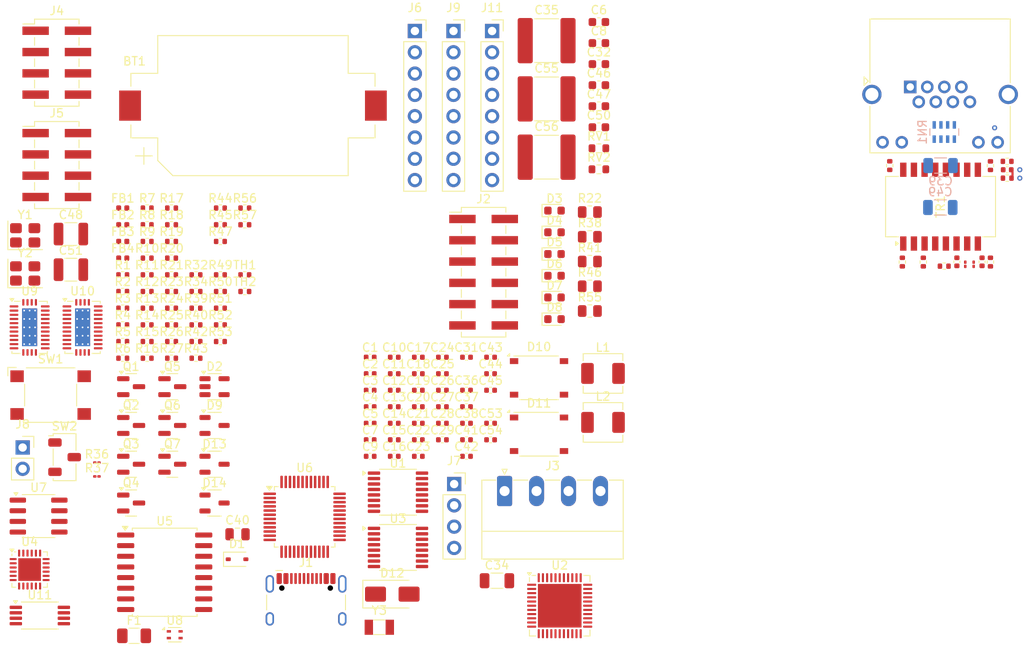
<source format=kicad_pcb>
(kicad_pcb (version 20241229) (generator "pcbnew") (generator_version "9.0")
  (layers (0 "F.Cu" signal) (4 "In1.Cu" signal) (6 "In2.Cu" signal) (2 "B.Cu" signal) (13 "F.Paste" user) (15 "B.Paste" user) (5 "F.SilkS" user "F.Silkscreen") (7 "B.SilkS" user "B.Silkscreen") (1 "F.Mask" user) (3 "B.Mask" user) (25 "Edge.Cuts" user))
  (net 0 "")
  (net 1 "GND")
  (net 2 "Net-(BT1-+)")
  (net 3 "Net-(C1-Pad1)")
  (net 4 "/AREF")
  (net 5 "Net-(U2-XTAL1)")
  (net 6 "Net-(U2-XTAL2)")
  (net 7 "+3.3V")
  (net 8 "VBUS")
  (net 9 "Net-(U2-UCAP)")
  (net 10 "Net-(C13-Pad1)")
  (net 11 "Net-(U6-XI{slash}CLKIN)")
  (net 12 "Net-(C18-Pad2)")
  (net 13 "Net-(Q7-D)")
  (net 14 "+3.3VA")
  (net 15 "Net-(U6-1V2O)")
  (net 16 "Net-(U6-TOCAP)")
  (net 17 "Net-(TR1-C_RD)")
  (net 18 "Net-(C30-Pad1)")
  (net 19 "/RXP")
  (net 20 "Net-(C33-Pad1)")
  (net 21 "/RXN")
  (net 22 "/PoE_OUT")
  (net 23 "Net-(U9-SS{slash}TRK)")
  (net 24 "Net-(U10-SS{slash}TRK)")
  (net 25 "Net-(TR1-C_TD)")
  (net 26 "GNDPWR")
  (net 27 "Net-(RN1A-R1.1)")
  (net 28 "Net-(D10--)")
  (net 29 "Net-(U9-VCC)")
  (net 30 "Net-(U10-VCC)")
  (net 31 "Net-(C43-Pad2)")
  (net 32 "Net-(U9-BOOT)")
  (net 33 "Net-(U10-BOOT)")
  (net 34 "Net-(C44-Pad2)")
  (net 35 "+5V")
  (net 36 "Net-(C52-Pad1)")
  (net 37 "Net-(U9-FB)")
  (net 38 "Net-(U10-FB)")
  (net 39 "/#REST")
  (net 40 "/+5V-MISO")
  (net 41 "/+5V-SCK")
  (net 42 "/+5V-#SS")
  (net 43 "/+5V-MOSI")
  (net 44 "Net-(D3-K)")
  (net 45 "Net-(D4-K)")
  (net 46 "Net-(D5-K)")
  (net 47 "Net-(D6-K)")
  (net 48 "Net-(D7-K)")
  (net 49 "Net-(D8-K)")
  (net 50 "/PD1{slash}SDA")
  (net 51 "/PD0{slash}SCL")
  (net 52 "/TCT")
  (net 53 "/RDT")
  (net 54 "/RJ45_78")
  (net 55 "/RJ45_45")
  (net 56 "Net-(F1-Pad1)")
  (net 57 "Net-(U1-AVDD)")
  (net 58 "Net-(U3-AVDD)")
  (net 59 "Net-(J1-SHIELD)")
  (net 61 "Net-(J1-CC1)")
  (net 62 "Net-(J1-D--PadA7)")
  (net 63 "Net-(J1-D+-PadA6)")
  (net 65 "Net-(J1-CC2)")
  (net 66 "Net-(J2-Pin_5)")
  (net 67 "Net-(J2-Pin_8)")
  (net 68 "Net-(J2-Pin_10)")
  (net 69 "Net-(J2-Pin_2)")
  (net 70 "Net-(J2-Pin_1)")
  (net 71 "Net-(J2-Pin_7)")
  (net 72 "Net-(J2-Pin_3)")
  (net 73 "Net-(J2-Pin_12)")
  (net 74 "Net-(J2-Pin_11)")
  (net 75 "Net-(J2-Pin_4)")
  (net 76 "Net-(J2-Pin_6)")
  (net 77 "Net-(J2-Pin_9)")
  (net 78 "Net-(J3-Pin_3)")
  (net 79 "Net-(J3-Pin_1)")
  (net 80 "Net-(J3-Pin_4)")
  (net 81 "Net-(J3-Pin_2)")
  (net 82 "/+5V-SDA")
  (net 83 "/+5V-SCL")
  (net 84 "/PB0{slash}#SS")
  (net 85 "/PB1{slash}SCK")
  (net 86 "/PB3{slash}MISO")
  (net 87 "/PB2{slash}MOSI")
  (net 88 "/PF5{slash}TMS")
  (net 89 "/PE6")
  (net 90 "/PF0")
  (net 91 "/PF1")
  (net 92 "/PF6{slash}TDO")
  (net 93 "/PE2 ")
  (net 94 "/PF4{slash}TCK")
  (net 95 "/PF7{slash}TD1")
  (net 96 "/PC6")
  (net 97 "/PC7{slash}CLKO")
  (net 98 "/PB5")
  (net 99 "/PB6")
  (net 100 "/PB4")
  (net 101 "/PB7{slash}#RST")
  (net 102 "Net-(J10-Pad9)")
  (net 103 "Net-(TR1-TX-)")
  (net 104 "Net-(J10-PadSH)")
  (net 105 "Net-(J10-Pad11)")
  (net 106 "Net-(TR1-RX-)")
  (net 107 "Net-(TR1-RX+)")
  (net 108 "Net-(TR1-TX+)")
  (net 109 "/PD4")
  (net 110 "/PD7")
  (net 111 "/PD5{slash}#CTS")
  (net 112 "/PD2{slash}RX")
  (net 113 "/PD3{slash}TX")
  (net 114 "/PD6")
  (net 115 "/RTC_CE")
  (net 116 "/#ADS1220_DRDY-2")
  (net 117 "Net-(SW2-C)")
  (net 118 "D+")
  (net 119 "D-")
  (net 120 "Net-(U4-AD1)")
  (net 121 "/#ADS1220_DRDY-1")
  (net 122 "Net-(U4-AD0)")
  (net 123 "/SPDLED")
  (net 124 "/DUPLED")
  (net 125 "Net-(U6-XO)")
  (net 126 "/TXN")
  (net 127 "Net-(U6-TXN)")
  (net 128 "/TXP")
  (net 129 "Net-(U6-TXP)")
  (net 130 "Net-(U6-RXN)")
  (net 131 "Net-(U6-RXP)")
  (net 132 "Net-(U6-EXRES1)")
  (net 133 "Net-(U9-EN)")
  (net 134 "Net-(U9-RT)")
  (net 135 "Net-(U10-EN)")
  (net 136 "Net-(U10-RT)")
  (net 137 "Net-(U11-ILIM)")
  (net 138 "Net-(U11-DET)")
  (net 139 "Net-(U11-CLASS)")
  (net 140 "/PGOOD_3V3")
  (net 141 "/PGOOD_5V")
  (net 142 "Net-(U11-PG)")
  (net 143 "Net-(R56-Pad2)")
  (net 144 "/LINKLED")
  (net 145 "/ACTLED")
  (net 146 "/PE2{slash}#HWB")
  (net 147 "/#ADS1220_CS-2")
  (net 148 "/#ADS1220_CS-1")
  (net 149 "/NET_PMODE2")
  (net 150 "/NET_PMODE0")
  (net 151 "/NET_#INT")
  (net 152 "/NET_PMODE1")
  (net 154 "/NET_#SCS")
  (net 156 "/NET_#RST")
  (net 157 "/RS485_RW")
  (net 174 "Net-(U7-X1)")
  (net 175 "Net-(U7-X2)")
  (footprint "Package_DFN_QFN:QFN-44-1EP_7x7mm_P0.5mm_EP5.2x5.2mm" (layer "F.Cu") (at 158.1625 102)
    (property "Reference" "U2")
    (property "Value" "ATmega32U4-M")
  )
  (footprint "Package_TO_SOT_SMD:SOT-23" (layer "F.Cu") (at 107.0825 89.75)
    (property "Reference" "Q4")
    (property "Value" "BSN20")
  )
  (footprint "Resistor_SMD:R_0805_2012Metric" (layer "F.Cu") (at 161.7525 66.85)
    (property "Reference" "R55")
    (property "Value" "100kΩ")
  )
  (footprint "Capacitor_SMD:C_0603_1608Metric" (layer "F.Cu") (at 162.8325 32.38)
    (property "Reference" "C6")
    (property "Value" "10uF")
  )
  (footprint "Resistor_SMD:R_0805_2012Metric" (layer "F.Cu") (at 161.7525 55.05)
    (property "Reference" "R22")
    (property "Value" "1MΩ")
  )
  (footprint "Capacitor_SMD:C_0603_1608Metric" (layer "F.Cu") (at 162.8325 34.89)
    (property "Reference" "C8")
    (property "Value" "10uF")
  )
  (footprint "Capacitor_SMD:C_0805_2012Metric" (layer "F.Cu") (at 119.7625 93.48)
    (property "Reference" "C40")
    (property "Value" "100nF")
  )
  (footprint "Capacitor_SMD:C_0402_1005Metric" (layer "F.Cu") (at 149.9225 76.3)
    (property "Reference" "C45")
    (property "Value" "1uF")
  )
  (footprint "Capacitor_SMD:C_0402_1005Metric" (layer "F.Cu") (at 135.5725 74.33)
    (property "Reference" "C2")
    (property "Value" "0.1uF")
  )
  (footprint "Resistor_SMD:R_0402_1005Metric" (layer "F.Cu") (at 108.9925 68.5)
    (property "Reference" "R14")
    (property "Value" "4.7kΩ")
  )
  (footprint "Capacitor_SMD:C_0402_1005Metric" (layer "F.Cu") (at 141.3125 72.36)
    (property "Reference" "C17")
    (property "Value" "22pF")
  )
  (footprint "Resistor_SMD:R_0402_1005Metric" (layer "F.Cu") (at 114.8125 68.5)
    (property "Reference" "R40")
    (property "Value" "17.4kΩ")
  )
  (footprint "Resistor_SMD:R_0402_1005Metric" (layer "F.Cu") (at 117.7225 70.49)
    (property "Reference" "R53")
    (property "Value" "100kΩ")
  )
  (footprint "Connector_PinSocket_2.54mm:PinSocket_1x02_P2.54mm_Vertical" (layer "F.Cu") (at 94.1525 83.13)
    (property "Reference" "J8")
    (property "Value" "PC")
  )
  (footprint "Diode_SMD:D_SMA" (layer "F.Cu") (at 138.2075 100.62)
    (property "Reference" "D12")
    (property "Value" "SMAJ58A")
  )
  (footprint "Capacitor_SMD:C_0402_1005Metric" (layer "F.Cu") (at 205.5 60.98 90)
    (property "Reference" "C30" (hide yes))
    (property "Value" "6.8nF" (hide yes))
  )
  (footprint "Resistor_SMD:R_0402_1005Metric" (layer "F.Cu") (at 117.7225 68.5)
    (property "Reference" "R52")
    (property "Value" "43kΩ")
  )
  (footprint "Capacitor_SMD:C_0603_1608Metric" (layer "F.Cu") (at 162.8325 42.42)
    (property "Reference" "C47")
    (property "Value" "22uF")
  )
  (footprint "Resistor_SMD:R_0402_1005Metric" (layer "F.Cu") (at 108.9925 64.52)
    (property "Reference" "R12")
    (property "Value" "10kΩ")
  )
  (footprint "Capacitor_SMD:C_0603_1608Metric" (layer "F.Cu") (at 162.8325 37.4)
    (property "Reference" "C32")
    (property "Value" "10uF")
  )
  (footprint "Capacitor_SMD:C_2220_5750Metric" (layer "F.Cu") (at 156.6025 34.6)
    (property "Reference" "C35")
    (property "Value" "6.8uF")
  )
  (footprint "Resistor_SMD:R_0805_2012Metric" (layer "F.Cu") (at 161.7525 63.9)
    (property "Reference" "R46")
    (property "Value" "24.9kΩ")
  )
  (footprint "Capacitor_SMD:C_1206_3216Metric" (layer "F.Cu") (at 150.6825 99.02)
    (property "Reference" "C34")
    (property "Value" "6.8uF")
  )
  (footprint "Capacitor_SMD:C_0402_1005Metric" (layer "F.Cu") (at 147.0525 76.3)
    (property "Reference" "C36")
    (property "Value" "22nF")
  )
  (footprint "Resistor_SMD:R_0402_1005Metric" (layer "F.Cu") (at 108.9925 56.56)
    (property "Reference" "R8")
    (property "Value" "10kΩ")
  )
  (footprint "Resistor_SMD:R_0402_1005Metric" (layer "F.Cu") (at 106.0825 66.51)
    (property "Reference" "R3")
    (property "Value" "50kΩ")
  )
  (footprint "Resistor_SMD:R_01005_0402Metric" (layer "F.Cu") (at 103.0025 84.93)
    (property "Reference" "R36")
    (property "Value" "51Ω")
  )
  (footprint "Resistor_SMD:R_0603_1608Metric" (layer "F.Cu") (at 162.8325 49.95)
    (property "Reference" "RV2")
    (property "Value" "Varistors")
  )
  (footprint "Capacitor_SMD:C_0402_1005Metric" (layer "F.Cu") (at 135.5725 78.27)
    (property "Reference" "C4")
    (property "Value" "22pF")
  )
  (footprint "Resistor_SMD:R_01005_0402Metric" (layer "F.Cu") (at 206.5 61.275 90)
    (property "Reference" "R33" (hide yes))
    (property "Value" "51Ω" (hide yes))
  )
  (footprint "Capacitor_SMD:C_0402_1005Metric" (layer "F.Cu") (at 149.9225 82.21)
    (property "Reference" "C54")
    (property "Value" "2.2pF")
  )
  (footprint "Resistor_SMD:R_01005_0402Metric" (layer "F.Cu") (at 207.5 61.275 90)
    (property "Reference" "R35" (hide yes))
    (property "Value" "51Ω" (hide yes))
  )
  (footprint "Capacitor_SMD:C_0402_1005Metric" (layer "F.Cu") (at 138.4425 72.36)
    (property "Reference" "C10")
    (property "Value" "0.1uF")
  )
  (footprint "Package_TO_SOT_SMD:SOT-23-3" (layer "F.Cu") (at 117.0225 80.5)
    (property "Reference" "D9")
    (property "Value" "LGSOT05CLT1G")
  )
  (footprint "Inductor_SMD:L_0402_1005Metric" (layer "F.Cu") (at 106.0825 60.54)
    (property "Reference" "FB4")
    (property "Value" "FerriteBead")
  )
  (footprint "Capacitor_SMD:C_0402_1005Metric" (layer "F.Cu") (at 144.1825 76.3)
    (property "Reference" "C26")
    (property "Value" "0.1uF")
  )
  (footprint "LED_SMD:LED_0603_1608Metric" (layer "F.Cu") (at 157.5425 62.64)
    (property "Reference" "D6")
    (property "Value" "LED")
  )
  (footprint "LED_SMD:LED_0603_1608Metric" (layer "F.Cu") (at 157.5425 54.87)
    (property "Reference" "D3")
    (property "Value" "LED")
  )
  (footprint "Crystal:Crystal_SMD_3225-4Pin_3.2x2.5mm" (layer "F.Cu") (at 94.4525 57.82)
    (property "Reference" "Y1")
    (property "Value" "16MHz")
  )
  (footprint "Resistor_SMD:R_0402_1005Metric" (layer "F.Cu") (at 108.9925 70.49)
    (property "Reference" "R15")
    (property "Value" "4.7kΩ")
  )
  (footprint "Package_DFN_QFN:Texas_RNP0030B_WQFN-30-1EP_4x6mm_P0.5mm_EP1.8x4.5mm_ThermalVias" (layer "F.Cu") (at 94.9825 68.8)
    (property "Reference" "U9")
    (property "Value" "LM76002")
  )
  (footprint "Resistor_SMD:R_0402_1005Metric" (layer "F.Cu") (at 108.9925 58.55)
    (property "Reference" "R9")
    (property "Value" "10kΩ")
  )
  (footprint "Package_TO_SOT_SMD:SOT-23" (layer "F.Cu") (at 111.9925 80.5)
    (property "Reference" "Q6")
    (property "Value" "BSN20")
  )
  (footprint "Resistor_SMD:R_0402_1005Metric" (layer "F.Cu") (at 106.0825 68.5)
    (property "Reference" "R4")
    (property "Value" "10kΩ")
  )
  (footprint "Crystal:Crystal_SMD_3225-4Pin_3.2x2.5mm" (layer "F.Cu") (at 94.4525 62.37)
    (property "Reference" "Y2")
    (property "Value" "Crystal")
  )
  (footprint "Capacitor_SMD:C_0402_1005Metric" (layer "F.Cu") (at 147.0525 72.36)
    (property "Reference" "C31")
    (property "Value" "0.1uF")
  )
  (footprint "Package_TO_SOT_SMD:SOT-23" (layer "F.Cu") (at 111.9925 85.125)
    (property "Reference" "Q7")
    (property "Value" "2N7002")
  )
  (footprint "Resistor_SMD:R_0402_1005Metric" (layer "F.Cu") (at 111.9025 58.55)
    (property "Reference" "R19")
    (property "Value" "330Ω")
  )
  (footprint "Transformer_SMD:Transformer_Ethernet_Bourns_PT61017PEL" (layer "F.Cu") (at 203.555 54.4 90)
    (property "Reference" "TR1")
    (property "Value" "PT61017PEL")
  )
  (footprint "Resistor_SMD:R_0402_1005Metric" (layer "F.Cu") (at 111.9025 70.49)
    (property "Reference" "R26")
    (property "Value" "4.7kΩ")
  )
  (footprint "LED_SMD:LED_0603_1608Metric" (layer "F.Cu") (at 157.5425 65.23)
    (property "Reference" "D7")
    (property "Value" "LED")
  )
  (footprint "Resistor_SMD:R_0402_1005Metric" (layer "F.Cu") (at 111.9025 72.48)
    (property "Reference" "R27")
    (property "Value" "10kΩ")
  )
  (footprint "Fuse:Fuse_1206_3216Metric" (layer "F.Cu") (at 107.4325 105.59)
    (property "Reference" "F1")
    (property "Value" "500mA Fuse")
  )
  (footprint "Resistor_SMD:R_0402_1005Metric" (layer "F.Cu") (at 120.6325 56.56)
    (property "Reference" "R57")
    (property "Value" "12kΩ")
  )
  (footprint "Capacitor_SMD:C_2220_5750Metric" (layer "F.Cu") (at 156.6025 48.5)
    (property "Reference" "C56")
    (property "Value" "22uF")
  )
  (footprint "Resistor_SMD:R_0402_1005Metric" (layer "F.Cu") (at 114.8125 66.51)
    (property "Reference" "R39")
    (property "Value" "10kΩ")
  )
  (footprint "Capacitor_SMD:C_0402_1005Metric" (layer "F.Cu") (at 141.3125 74.33)
    (property "Reference" "C18")
    (property "Value" "22pF")
  )
  (footprint "Resistor_SMD:R_0805_2012Metric" (layer "F.Cu") (at 161.7525 60.95)
    (property "Reference" "R41")
    (property "Value" "143kΩ")
  )
  (footprint "Resistor_SMD:R_0402_1005Metric" (layer "F.Cu") (at 111.9025 54.57)
    (property "Reference" "R17")
    (property "Value" "10kΩ")
  )
  (footprint "LED_SMD:LED_0603_1608Metric" (layer "F.Cu") (at 157.5425 57.46)
    (property "Reference" "D4")
    (property "Value" "LED")
  )
  (footprint "Package_DFN_QFN:Texas_RNP0030B_WQFN-30-1EP_4x6mm_P0.5mm_EP1.8x4.5mm_ThermalVias" (layer "F.Cu") (at 101.2925 68.8)
    (property "Reference" "U10")
    (property "Value" "LM76002")
  )
  (footprint "Battery:BatteryHolder_Keystone_1060_1x2032" (layer "F.Cu") (at 121.6025 42.350467)
    (property "Reference" "BT1")
    (property "Value" "Battery_Cell")
  )
  (footprint "Package_QFP:LQFP-48_7x7mm_P0.5mm" (layer "F.Cu") (at 127.7625 91.4)
    (property "Reference" "U6")
    (property "Value" "W5500")
  )
  (footprint "Package_DFN_QFN:QFN-24-1EP_4x4mm_P0.5mm_EP2.7x2.7mm" (layer "F.Cu") (at 94.9825 97.69)
    (property "Reference" "U4")
    (property "Value" "AW9523B")
  )
  (footprint "Resistor_SMD:R_0402_1005Metric" (layer "F.Cu") (at 120.6325 54.57)
    (property "Reference" "R56")
    (property "Value" "12kΩ")
  )
  (footprint "Capacitor_SMD:C_0402_1005Metric" (layer "F.Cu") (at 138.4425 80.24)
    (property "Reference" "C14")
    (property "Value" "0.1uF")
  )
  (footprint "Capacitor_SMD:C_0402_1005Metric" (layer "F.Cu") (at 141.3125 78.27)
    (property "Reference" "C20")
    (property "Value" "33pF")
  )
  (footprint "Capacitor_SMD:C_1210_3225Metric" (layer "F.Cu") (at 99.9025 61.92)
    (property "Reference" "C51")
    (property "Value" "22uF")
  )
  (footprint "Capacitor_SMD:C_0402_1005Metric" (layer "F.Cu") (at 135.5725 72.36)
    (property "Reference" "C1")
    (property "Value" "10nF")
  )
  (footprint "Capacitor_SMD:C_0402_1005Metric" (layer "F.Cu") (at 141.3125 84.18)
    (property "Reference" "C23")
    (property "Value" "0.1uF")
  )
  (footprint "Resistor_SMD:R_0402_1005Metric" (layer "F.Cu") (at 209.5 61.01 -90)
    (property "Reference" "R30" (hide yes))
    (property "Value" "33Ω" (hide yes))
  )
  (footprint "Package_TO_SOT_SMD:SOT-23-5" (layer "F.Cu") (at 117.0225 75.875)
    (property "Reference" "D2")
    (property "Value" "ESDA5V3SC5")
  )
  (footprint "Capacitor_SMD:C_0402_1005Metric" (layer "F.Cu") (at 135.5725 76.3)
    (property "Reference" "C3")
    (property "Value" "22pF")
  )
  (footprint "Resistor_SMD:R_0402_1005Metric" (layer "F.Cu") (at 117.7225 58.55)
    (property "Reference" "R47")
    (property "Value" "357Ω")
  )
  (footprint "Inductor_SMD:L_0402_1005Metric" (layer "F.Cu") (at 106.0825 56.56)
    (property "Reference" "FB2")
    (property "Value" "FerriteBead")
  )
  (footprint "Capacitor_SMD:C_0603_1608Metric" (layer "F.Cu") (at 162.8325 44.93)
    (property "Reference" "C50")
    (property "Value" "22uF")
  )
  (footprint "Capacitor_SMD:C_0402_1005Metric" (layer "F.Cu") (at 138.4425 74.33)
    (property "Reference" "C11")
    (property "Value" "1uF")
  )
  (footprint "Resistor_SMD:R_0402_1005Metric" (layer "F.Cu") (at 114.8125 64.52)
    (property "Reference" "R34")
    (property "Value" "12.4kΩ")
  )
  (footprint "Inductor_SMD:L_APV_APH0420" (layer "F.Cu") (at 163.3225 74.295)
    (property "Reference" "L1")
    (property "Value" "1.2uH")
  )
  (footprint "Resistor_SMD:R_0402_1005Metric" (layer "F.Cu") (at 120.6325 62.53)
    (property "Reference" "TH1")
    (property "Value" "10K Thermistors")
  )
  (footprint "Resistor_SMD:R_0402_1005Metric" (layer "F.Cu") (at 111.9025 66.51)
    (property "Reference" "R24")
    (property "Value" "10kΩ")
  )
  (footprint "Capacitor_SMD:C_0402_1005Metric" (layer "F.Cu") (at 144.1825 72.36)
    (property "Reference" "C24")
    (property "Value" "0.1uF")
  )
  (footprint "Resistor_SMD:R_0402_1005Metric" (layer "F.Cu") (at 106.0825 62.53)
    (property "Reference" "R1")
    (property "Value" "4.7kΩ")
  )
  (footprint "Package_SO:TSSOP-8_4.4x3mm_P0.65mm" (layer "F.Cu") (at 96.2025 103.17)
    (property "Reference" "U11")
    (property "Value" "TPS2375-1")
  )
  (footprint "Package_SO:SOIC-16W_7.5x10.3mm_P1.27mm" (layer "F.Cu") (at 111.0825 98.01)
    (property "Reference" "U5")
    (property "Value" "ADM2483xRW")
  )
  (footprint "Package_TO_SOT_SMD:SOT-23" (layer "F.Cu") (at 107.0825 85.125)
    (property "Reference" "Q3")
    (property "Value" "BSN20")
  )
  (footprint "Capacitor_SMD:C_0402_1005Metric" (layer "F.Cu") (at 144.1825 78.27)
    (property "Reference" "C27")
    (property "Value" "0.1uF")
  )
  (footprint "Resistor_SMD:R_0402_1005Metric" (layer "F.Cu") (at 114.8125 72.48)
    (property "Reference" "R43")
    (property "Value" "17.4kΩ")
  )
  (footprint "Capacitor_SMD:C_0402_1005Metric" (layer "F.Cu") (at 211.5 50)
    (property "Reference" "C52" (hide yes))
    (property "Value" "10nF" (hide yes))
  )
  (footprint "Resistor_SMD:R_0805_2012Metric" (layer "F.Cu") (at 161.7525 58)
    (property "Reference" "R38")
    (property "Value" "143kΩ")
  )
  (footprint "Resistor_SMD:R_0402_1005Metric" (layer "F.Cu") (at 114.8125 62.53)
    (property "Reference" "R32")
    (property "Value" "10kΩ")
  )
  (footprint "Connector_PinSocket_2.54mm:PinSocket_1x08_P2.54mm_Vertical" (layer "F.Cu") (at 145.5025 33.45)
    (property "Reference" "J9")
    (property "Value" "PB0~7")
  )
  (footprint "Connector_PinSocket_2.54mm:PinSocket_1x04_P2.54mm_Vertical" (layer "F.Cu") (at 145.5825 87.49)
    (property "Reference" "J7")
    (property "Value" "JTAG")
  )
  (footprint "Inductor_SMD:L_0402_1005Metric" (layer "F.Cu") (at 106.0825 58.55)
    (property "Reference" "FB3")
    (property "Value" "FerriteBead")
  )
  (footprint "Connector_PinSocket_2.54mm:PinSocket_1x08_P2.54mm_Vertical" (layer "F.Cu") (at 150.1025 33.45)
    (property "Reference" "J11")
    (property "Value" "PD0~7")
  )
  (footprint "Resistor_SMD:R_0402_1005Metric" (layer "F.Cu") (at 111.9025 68.5)
    (property "Reference" "R25")
    (property "Value" "4.7kΩ")
  )
  (footprint "Capacitor_SMD:C_0402_1005Metric" (layer "F.Cu") (at 135.5725 82.21)
    (property "Reference" "C7")
    (property "Value" "1uF")
  )
  (footprint "Capacitor_SMD:C_0402_1005Metric" (layer "F.Cu") (at 149.9225 74.33)
    (property "Reference" "C44")
    (property "Value" "470nF")
  )
  (footprint "Package_SO:TSSOP-16_4.4x5mm_P0.65mm" (layer "F.Cu") (at 138.8875 95.05)
    (property "Reference" "U3")
    (property "Value" "ADS1220xPW")
  )
  (footprint "Resistor_SMD:R_0402_1005Metric" (layer "F.Cu") (at 117.7225 66.51)
    (property "Reference" "R51")
    (property "Value" "100kΩ")
  )
  (footprint "Capacitor_SMD:C_0402_1005Metric" (layer "F.Cu") (at 147.0525 84.18)
    (property "Reference" "C42")
    (property "Value" "2.2uF")
  )
  (footprint "Package_SO:SOIC-8_3.9x4.9mm_P1.27mm" (layer "F.Cu") (at 96.0525 91.31)
    (property "Reference" "U7")
    (property "Value" "DS1302Z+")
  )
  (footprint "Resistor_SMD:R_0402_1005Metric" (layer "F.Cu") (at 117.7225 64.52)
    (property "Reference" "R50")
    (property "Value" "75Ω")
  )
  (footprint "Resistor_SMD:R_0402_1005Metric" (layer "F.Cu") (at 108.9925 62.53)
    (property "Reference" "R11")
    (property "Value" "10kΩ")
  )
  (footprint "Resistor_SMD:R_0402_1005Metric" (layer "F.Cu") (at 111.9025 60.54)
    (property "Reference" "R20")
    (property "Value" "330Ω")
  )
  (footprint "Capacitor_SMD:C_1210_3225Metric" (layer "F.Cu") (at 99.9025 57.67)
    (property "Reference" "C48")
    (property "Value" "22uF")
  )
  (footprint "Resistor_SMD:R_0402_1005Metric" (layer "F.Cu") (at 111.9025 64.52)
    (property "Reference" "R23")
    (property "Value" "10kΩ")
  )
  (footprint "Capacitor_SMD:C_0402_1005Metric" (layer "F.Cu") (at 149.9225 72.36)
    (property "Reference" "C43")
    (property "Value" "470nF")
  )
  (footprint "Capacitor_SMD:C_0402_1005Metric" (layer "F.Cu") (at 138.4425 78.27)
    (property "Reference" "C13")
    (property "Value" "0.1uF")
  )
  (footprint "Resistor_SMD:R_0402_1005Metric" (layer "F.Cu") (at 111.9025 62.53)
    (property "Reference" "R21")
    (property "Value" "0Ω")
  )
  (footprint "Connector_PinSocket_2.54mm:PinSocket_1x08_P2.54mm_Vertical" (layer "F.Cu") (at 140.9025 33.45)
    (property "Reference" "J6")
    (property "Value" "PE_PF")
  )
  (footprint "Capacitor_SMD:C_0402_1005Metric" (layer "F.Cu") (at 147.0525 80.24)
    (property "Reference" "C38")
    (property "Value" "22nF")
  )
  (footprint "Resistor_SMD:R_0402_1005Metric" (layer "F.Cu") (at 209.5 49.51 -90)
    (property "Reference" "R58" (hide yes))
    (property "Value" "330Ω" (hide yes))
  )
  (footprint "Resistor_SMD:R_0402_1005Metric" (layer "F.Cu") (at 203.99 61.5)
    (property "Reference" "R31" (hide yes))
    (property "Value" "33Ω" (hide yes))
  )
  (footprint "Resistor_SMD:R_0402_1005Metric" (layer "F.Cu") (at 211.49 49 180)
    (property "Reference" "R54" (hide yes))
    (property "Value" "10kΩ" (hide yes))
  )
  (footprint "Resistor_SMD:R_0402_1005Metric" (layer "F.Cu") (at 106.0825 70.49)
    (property "Reference" "R5")
    (property "Value" "10kΩ")
  )
  (footprint "Resistor_SMD:R_0402_1005Metric" (layer "F.Cu") (at 106.0825 64.52)
    (property "Reference" "R2")
    (property "Value" "10kΩ")
  )
  (footprint "Capacitor_SMD:C_0402_1005Metric" (layer "F.Cu") (at 144.1825 80.24)
    (property "Reference" "C28")
    (property "Value" "10nF")
  )
  (footprint "Capacitor_SMD:C_0402_1005Metric" (layer "F.Cu") (at 138.4425 76.3)
    (property "Reference" "C12")
    (property "Value" "0.1uF")
  )
  (footprint "Connector_RJ:RJ45_Amphenol_RJHSE538X" (layer "F.Cu") (at 199.94 40.125)
    (property "Reference" "J10" (hide yes))
    (property "Value" "RJ45_LED_Shielded" (hide yes))
  )
  (footprint "Connector_PinHeader_2.54mm:PinHeader_2x04_P2.54mm_Vertical_SMD" (layer "F.Cu") (at 98.2225 49.44)
    (property "Reference" "J5")
    (property "Value" "Conn_02x04")
  )
  (footprint "Capacitor_SMD:C_0402_1005Metric" (layer "F.Cu") (at 144.1825 82.21)
    (property "Reference" "C29")
    (property "Value" "0.1uF")
  )
  (footprint "Diode_SMD:D_SOD-323" (layer "F.Cu") (at 119.7075 96.46)
    (property "Reference" "D1")
    (property "Value" "1N4148WS")
  )
  (footprint "Resistor_SMD:R_0402_1005Metric" (layer "F.Cu") (at 108.9925 66.51)
    (property "Reference" "R13")
    (property "Value" "10kΩ")
  )
  (footprint "LED_SMD:LED_0603_1608Metric" (layer "F.Cu") (at 157.5425 67.82)
    (property "Reference" "D8")
    (property "Value" "LED")
  )
  (footprint "Capacitor_SMD:C_0402_1005Metric" (layer "F.Cu") (at 135.5725 84.18)
    (property "Reference" "C9")
    (property "Value" "0.1uF")
  )
  (footprint "Package_TO_SOT_SMD:SOT-23-3" (layer "F.Cu") (at 117.0225 89.75)
    (property "Reference" "D14")
    (property "Value" "LGSOT05CLT1G")
  )
  (footprint "Capacitor_SMD:C_0402_1005Metric" (layer "F.Cu") (at 208.5 60.98 90)
    (property "Reference" "C33" (hide yes))
    (property "Value" "6.8nF" (hide yes))
  )
  (footprint "Resistor_SMD:R_0402_1005Metric" (layer "F.Cu") (at 111.9025 56.56)
    (property "Reference" "R18")
    (property "Value" "4.7kΩ")
  )
  (footprint "Package_TO_SOT_SMD:SOT-23" (layer "F.Cu") (at 107.0825 80.5)
    (property "Reference" "Q2")
    (property "Value" "BSN20")
  )
  (footprint "Inductor_SMD:L_0402_1005Metric" (layer "F.Cu") (at 106.0825 54.57)
    (property "Reference" "FB1")
    (property "Value" "FerriteBead")
  )
  (footprint "Resistor_SMD:R_0402_1005Metric" (layer "F.Cu") (at 108.9925 60.54)
    (property "Reference" "R10")
    (property "Value" "10kΩ")
  )
  (footprint "Resistor_SMD:R_0402_1005Metric" (layer "F.Cu") (at 106.0825 72.48)
    (property "Reference" "R6")
    (property "Value" "22R")
  )
  (footprint "Capacitor_SMD:C_0402_1005Metric" (layer "F.Cu") (at 135.5725 80.24)
    (property "Reference" "C5")
    (property "Value" "10nF")
  )
  (footprint "Resistor_SMD:R_0402_1005Metric" (layer "F.Cu") (at 117.7225 62.53)
    (property "Reference" "R49")
    (property "Value" "75Ω")
  )
  (footprint "Package_TO_SOT_SMD:SOT-23" (layer "F.Cu") (at 107.0825 75.875)
    (property "Reference" "Q1")
    (property "Value" "BSN20")
  )
  (footprint "Resistor_SMD:R_0402_1005Metric" (layer "F.Cu") (at 117.7225 54.57)
    (property "Reference" "R44")
    (property "Value" "10Ω")
  )
  (footprint "Resistor_SMD:R_0402_1005Metric" (layer "F.Cu") (at 201.5 61.01 90)
    (property "Reference" "R28" (hide yes))
    (property "Value" "33Ω" (hide yes))
  )
  (footprint "Resistor_SMD:R_0402_1005Metric" (layer "F.Cu") (at 108.9925 54.57)
    (property "Reference" "R7")
    (property "Value" "22R")
  )
  (footprint "Diode_SMD:Diode_Bridge_Diotec_ABS" (layer "F.Cu") (at 155.6975 74.825)
    (property "Reference" "D10")
    (property "Value" "ABS2")
  )
  (footprint "Capacitor_SMD:C_0402_1005Metric" (layer "F.Cu") (at 141.3125 80.24)
    (property "Reference" "C21")
    (property "Value" "0.1uF")
  )
  (footprint "LED_SMD:LED_0603_1608Metric" (layer "F.Cu") (at 157.5425 60.05)
    (property "Reference" "D5")
    (property "Value" "LED")
  )
  (footprint "Crystal:Crystal_SMD_3215-2Pin_3.2x1.5mm" (layer "F.Cu") (at 136.6625 104.57)
    (property "Reference" "Y3")
    (property "Value" "32.768kHz")
  )
  (footprint "Resistor_SMD:R_01005_0402Metric" (layer "F.Cu") (at 103.0025 86.58)
    (property "Reference" "R37")
    (property "Value" "51Ω")
  )
  (footprint "Capacitor_SMD:C_0402_1005Metric" (layer "F.Cu") (at 141.3125 82.21)
    (property "Reference" "C22")
    (property "Value" "10nF")
  )
  (footprint "Package_TO_SOT_SMD:SOT-23" (layer "F.Cu") (at 111.9925 75.875)
    (property "Reference" "Q5")
    (property "Value" "BSN20")
  )
  (footprint "Resistor_SMD:R_0402_1005Metric" (layer "F.Cu") (at 199 61.01 90)
    (property "Reference" "R29" (hide yes))
    (property "Value" "33Ω" (hide yes))
  )
  (footprint "Capacitor_SMD:C_0402_1005Metric" (layer "F.Cu") (at 141.3125 76.3)
    (property "Reference" "C19")
    (property "Value" "1uF")
  )
  (footprint "Connector_PinHeader_2.54mm:PinHeader_2x04_P2.54mm_Vertical_SMD" (layer "F.Cu") (at 98.2225 37.23)
    (property "Reference" "J4")
    (property "Value" "Conn_02x04")
  )
  (footprint "Resistor_SMD:R_0603_1608Metric" (layer "F.Cu") (at 162.8325 47.44)
    (property "Reference" "RV1")
    (property "Value" "Varistors")
  )
  (footprint "Resistor_SMD:R_0402_1005Metric" (layer "F.Cu") (at 197.5 49.5 -90)
    (property "Reference" "R59" (hide yes))
    (property "Value" "330Ω" (hide yes))
  )
  (footprint "Capacitor_SMD:C_0603_1608Metric" (layer "F.Cu") (at 162.8325 39.91)
    (property "Reference" "C46")
    (property "Value" "1uF")
  )
  (footprint "Button_Switch_SMD:SW_SPST_Omron_B3FS-100xP" (layer "F.Cu") (at 97.4875 76.88)
    (property "Reference" "SW1")
    (property "Value" "Button")
  )
  (footprint "Resistor_SMD:R_0402_1005Metric" (layer "F.Cu") (at 108.9925 72.48)
    (property "Reference" "R16")
    (property "Value" "10kΩ")
  )
  (footprint "Resistor_SMD:R_0402_1005Metric" (layer "F.Cu") (at 120.6325 64.52)
    (property "Reference" "TH2")
    (property "Value" "10K Thermistors")
  )
  (footprint "Capacitor_SMD:C_2220_5750Metric" (layer "F.Cu") (at 156.6025 41.55)
    (property "Reference" "C55")
    (property "Value" "22uF")
  )
  (footprint "Capacitor_SMD:C_0402_1005Metric" (layer "F.Cu") (at 147.0525 82.21)
    (property "Reference" "C41")
    (property "Value" "2.2uF")
  )
  (footprint "Resistor_SMD:R_0402_1005Metric" (layer "F.Cu") (at 117.7225 56.56)
    (property "Reference" "R45")
    (property "Value" "178kΩ")
  )
  (footprint "Capacitor_SMD:C_0402_1005Metric" (layer "F.Cu") (at 149.9225 80.24)
    (property "Reference" "C53")
    (property "Value" "2.2pF")
  )
  (footprint "Diode_SMD:Diode_Bridge_Diotec_ABS" (layer "F.Cu") (at 155.6975 81.55)
    (property "Reference" "D11")
    (property "Value" "ABS2")
  )
  (footprint "Sensor_Humidity:Sensirion_DFN-4_1.5x1.5mm_P0.8mm_SHT4x_NoCentralPad" (layer "F.Cu") (at 112.2775 105.46)
    (property "Reference" "U8")
    (property "Value" "SHT4x")
  )
  (footprint "Inductor_SMD:L_APV_APH0420" (layer "F.Cu") (at 163.3225 80.135)
    (property "Reference" "L2")
    (property "Value" "1.5uH")
  )
  (footprint "Resistor_SMD:R_0402_1005Metric" (layer "F.Cu") (at 211.5 51)
    (property "Reference" "R48" (hide yes))
    (property "Value" "50kΩ" (hide yes))
  )
  (footprint "Capacitor_SMD:C_0402_1005Metric" (layer "F.Cu") (at 138.4425 84.18)
    (property "Reference" "C16")
    (property "Value" "1uF")
  )
  (footprint "Button_Switch_SMD:Nidec_Copal_CAS-120A" (layer "F.Cu") (at 99.1525 84.28)
    (property "Reference" "SW2")
    (property "Value" "SW_SPDT")
  )
  (footprint "Connector_PinHeader_2.54mm:PinHeader_2x06_P2.54mm_Vertical_SMD" (layer "F.Cu") (at 149.0925 62.22)
    (property "Reference" "J2")
    (property "Value" "Conn_02x06")
  )
  (footprint "Connector_USB:USB_C_Receptacle_HCTL_HC-TYPE-C-16P-01A" (layer "F.Cu") (at 127.9325 102.5)
    (property "Reference" "J1")
    (property "Value" "USB_C_Receptacle_USB2.0_16P")
  )
  (footprint "Package_SO:TSSOP-16_4.4x5mm_P0.65mm" (layer "F.Cu") (at 138.8875 88.46)
    (property "Reference" "U1")
    (property "Value" "ADS1220xPW")
  )
  (footprint "Capacitor_SMD:C_0402_1005Metric" (layer "F.Cu") (at 147.0525 78.27)
    (property "Reference" "C37")
    (property "Value" "22nF")
  )
  (footprint "Resistor_SMD:R_0402_1005Metric" (layer "F.Cu") (at 114.8125 70.49)
    (property "Reference" "R42")
    (property "Value" "10kΩ")
  )
  (footprint "Capacitor_SMD:C_0402_1005Metric" (layer "F.Cu") (at 138.4425 82.21)
    (property "Reference" "C15")
    (property "Value" "0.1uF")
  )
  (footprint "Capacitor_SMD:C_0402_1005Metric" (layer "F.Cu") (at 144.1825 74.33)
    (property "Reference" "C25")
    (property "Value" "4.7uF")
  )
  (footprint "Connector_Phoenix_MC:PhoenixContact_MC_1,5_4-G-3.81_1x04_P3.81mm_Horizontal" (layer "F.Cu") (at 151.5925 88.325)
    (property "Reference" "J3")
    (property "Value" "RS485")
  )
  (footprint "Package_TO_SOT_SMD:SOT-23-3" (layer "F.Cu") (at 117.0225 85.125)
    (property "Reference" "D13")
    (property "Value" "LGSOT05CLT1G")
  )
  (footprint "Resistor_SMD:R_Array_Concave_4x0603" (layer "B.Cu") (at 204 45.5 -90)
    (property "Reference" "RN1")
    (property "Value" "4x 75Ω")
  )
  (footprint "Capacitor_SMD:C_1206_3216Metric" (layer "B.Cu") (at 203.525 54.5 180)
    (property "Reference" "C49")
    (property "Value" "1nF 2kV")
  )
  (footprint "Capacitor_SMD:C_1206_3216Metric" (layer "B.Cu") (at 203.555 49.5)
    (property "Reference" "C39")
    (property "Value" "4.7nF")
  )
  (via (at 213 50) (size 0.6) (drill 0.3) (layers "F.Cu" "B.Cu") (net 0))
  (via (at 213 51) (size 0.6) (drill 0.3) (layers "F.Cu" "B.Cu") (net 0))
  (via (at 210 45) (size 0.6) (drill 0.3) (layers "F.Cu" "B.Cu") (net 0))
  (zone (net 1) (net_name "GND") (layer "F.Cu") (connect_pads (clearance 0.5)) (min_thickness 0.2) (fill yes (thermal_gap 0.5) (thermal_bridge_width 0.5))
    (polygon (pts (xy 212 49.5) (xy 212 51.5) (xy 213 51.5) (xy 213.5 51) (xy 213.5 50) (xy 213 49.5)))
  )
)
</source>
